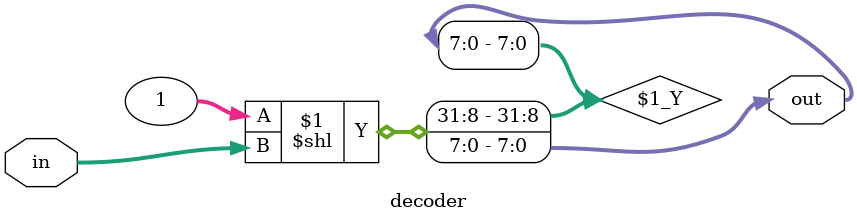
<source format=v>
module decoder #(parameter N = 3)(
  input  [N-1:0] in,       // N-bit input
  output [2**N-1:0] out    // 2^N-bit output
);

  // One-hot decode logic
  assign out = 1 << in;

endmodule

</source>
